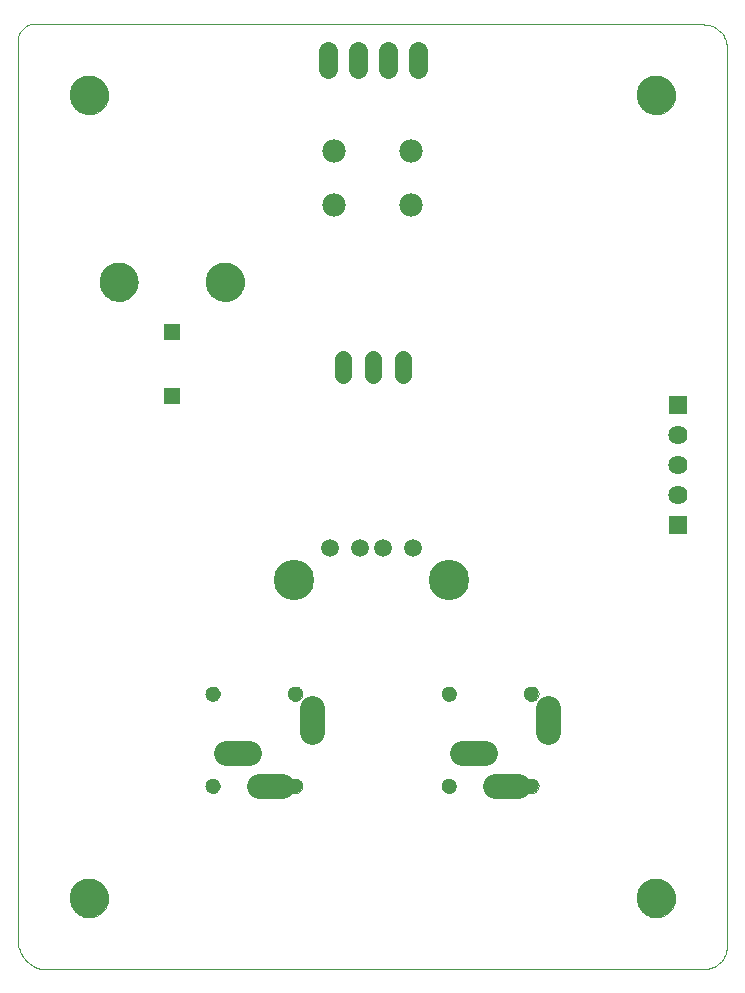
<source format=gbs>
G75*
G70*
%OFA0B0*%
%FSLAX24Y24*%
%IPPOS*%
%LPD*%
%AMOC8*
5,1,8,0,0,1.08239X$1,22.5*
%
%ADD10C,0.0000*%
%ADD11C,0.0827*%
%ADD12C,0.0512*%
%ADD13C,0.1346*%
%ADD14C,0.0594*%
%ADD15C,0.0560*%
%ADD16R,0.0640X0.0640*%
%ADD17C,0.0640*%
%ADD18C,0.1300*%
%ADD19R,0.0555X0.0555*%
%ADD20C,0.0780*%
%ADD21C,0.0640*%
D10*
X015719Y008027D02*
X015719Y037948D01*
X015736Y037993D01*
X015757Y038038D01*
X015781Y038080D01*
X015809Y038120D01*
X015839Y038159D01*
X015873Y038194D01*
X015909Y038227D01*
X015947Y038257D01*
X015988Y038284D01*
X016031Y038307D01*
X016075Y038327D01*
X016121Y038344D01*
X016168Y038357D01*
X016216Y038366D01*
X016265Y038371D01*
X016314Y038373D01*
X016363Y038371D01*
X016411Y038365D01*
X016459Y038355D01*
X016506Y038341D01*
X016506Y038342D02*
X038553Y038342D01*
X038553Y038341D02*
X038607Y038339D01*
X038660Y038334D01*
X038713Y038325D01*
X038765Y038312D01*
X038817Y038296D01*
X038867Y038276D01*
X038915Y038253D01*
X038962Y038226D01*
X039007Y038197D01*
X039050Y038164D01*
X039090Y038129D01*
X039128Y038091D01*
X039163Y038051D01*
X039196Y038008D01*
X039225Y037963D01*
X039252Y037916D01*
X039275Y037868D01*
X039295Y037818D01*
X039311Y037766D01*
X039324Y037714D01*
X039333Y037661D01*
X039338Y037608D01*
X039340Y037554D01*
X039341Y037554D02*
X039341Y007633D01*
X039340Y007633D02*
X039338Y007579D01*
X039333Y007526D01*
X039324Y007473D01*
X039311Y007421D01*
X039295Y007369D01*
X039275Y007319D01*
X039252Y007271D01*
X039225Y007224D01*
X039196Y007179D01*
X039163Y007136D01*
X039128Y007096D01*
X039090Y007058D01*
X039050Y007023D01*
X039007Y006990D01*
X038962Y006961D01*
X038915Y006934D01*
X038867Y006911D01*
X038817Y006891D01*
X038765Y006875D01*
X038713Y006862D01*
X038660Y006853D01*
X038607Y006848D01*
X038553Y006846D01*
X016506Y006846D01*
X016506Y006845D02*
X016447Y006859D01*
X016389Y006876D01*
X016332Y006897D01*
X016276Y006921D01*
X016222Y006949D01*
X016170Y006979D01*
X016119Y007013D01*
X016071Y007050D01*
X016025Y007089D01*
X015982Y007132D01*
X015941Y007176D01*
X015903Y007224D01*
X015868Y007273D01*
X015836Y007325D01*
X015807Y007378D01*
X015781Y007433D01*
X015759Y007489D01*
X015740Y007547D01*
X015724Y007606D01*
X015713Y007665D01*
X015704Y007725D01*
X015700Y007786D01*
X015699Y007846D01*
X015702Y007907D01*
X015708Y007967D01*
X015718Y008027D01*
X017451Y009208D02*
X017453Y009258D01*
X017459Y009308D01*
X017469Y009357D01*
X017483Y009405D01*
X017500Y009452D01*
X017521Y009497D01*
X017546Y009541D01*
X017574Y009582D01*
X017606Y009621D01*
X017640Y009658D01*
X017677Y009692D01*
X017717Y009722D01*
X017759Y009749D01*
X017803Y009773D01*
X017849Y009794D01*
X017896Y009810D01*
X017944Y009823D01*
X017994Y009832D01*
X018043Y009837D01*
X018094Y009838D01*
X018144Y009835D01*
X018193Y009828D01*
X018242Y009817D01*
X018290Y009802D01*
X018336Y009784D01*
X018381Y009762D01*
X018424Y009736D01*
X018465Y009707D01*
X018504Y009675D01*
X018540Y009640D01*
X018572Y009602D01*
X018602Y009562D01*
X018629Y009519D01*
X018652Y009475D01*
X018671Y009429D01*
X018687Y009381D01*
X018699Y009332D01*
X018707Y009283D01*
X018711Y009233D01*
X018711Y009183D01*
X018707Y009133D01*
X018699Y009084D01*
X018687Y009035D01*
X018671Y008987D01*
X018652Y008941D01*
X018629Y008897D01*
X018602Y008854D01*
X018572Y008814D01*
X018540Y008776D01*
X018504Y008741D01*
X018465Y008709D01*
X018424Y008680D01*
X018381Y008654D01*
X018336Y008632D01*
X018290Y008614D01*
X018242Y008599D01*
X018193Y008588D01*
X018144Y008581D01*
X018094Y008578D01*
X018043Y008579D01*
X017994Y008584D01*
X017944Y008593D01*
X017896Y008606D01*
X017849Y008622D01*
X017803Y008643D01*
X017759Y008667D01*
X017717Y008694D01*
X017677Y008724D01*
X017640Y008758D01*
X017606Y008795D01*
X017574Y008834D01*
X017546Y008875D01*
X017521Y008919D01*
X017500Y008964D01*
X017483Y009011D01*
X017469Y009059D01*
X017459Y009108D01*
X017453Y009158D01*
X017451Y009208D01*
X021957Y012960D02*
X021959Y012990D01*
X021965Y013020D01*
X021974Y013049D01*
X021987Y013076D01*
X022004Y013101D01*
X022023Y013124D01*
X022046Y013145D01*
X022071Y013162D01*
X022097Y013176D01*
X022126Y013186D01*
X022155Y013193D01*
X022185Y013196D01*
X022216Y013195D01*
X022246Y013190D01*
X022275Y013181D01*
X022302Y013169D01*
X022328Y013154D01*
X022352Y013135D01*
X022373Y013113D01*
X022391Y013089D01*
X022406Y013062D01*
X022417Y013034D01*
X022425Y013005D01*
X022429Y012975D01*
X022429Y012945D01*
X022425Y012915D01*
X022417Y012886D01*
X022406Y012858D01*
X022391Y012831D01*
X022373Y012807D01*
X022352Y012785D01*
X022328Y012766D01*
X022302Y012751D01*
X022275Y012739D01*
X022246Y012730D01*
X022216Y012725D01*
X022185Y012724D01*
X022155Y012727D01*
X022126Y012734D01*
X022097Y012744D01*
X022071Y012758D01*
X022046Y012775D01*
X022023Y012796D01*
X022004Y012819D01*
X021987Y012844D01*
X021974Y012871D01*
X021965Y012900D01*
X021959Y012930D01*
X021957Y012960D01*
X024713Y012960D02*
X024715Y012990D01*
X024721Y013020D01*
X024730Y013049D01*
X024743Y013076D01*
X024760Y013101D01*
X024779Y013124D01*
X024802Y013145D01*
X024827Y013162D01*
X024853Y013176D01*
X024882Y013186D01*
X024911Y013193D01*
X024941Y013196D01*
X024972Y013195D01*
X025002Y013190D01*
X025031Y013181D01*
X025058Y013169D01*
X025084Y013154D01*
X025108Y013135D01*
X025129Y013113D01*
X025147Y013089D01*
X025162Y013062D01*
X025173Y013034D01*
X025181Y013005D01*
X025185Y012975D01*
X025185Y012945D01*
X025181Y012915D01*
X025173Y012886D01*
X025162Y012858D01*
X025147Y012831D01*
X025129Y012807D01*
X025108Y012785D01*
X025084Y012766D01*
X025058Y012751D01*
X025031Y012739D01*
X025002Y012730D01*
X024972Y012725D01*
X024941Y012724D01*
X024911Y012727D01*
X024882Y012734D01*
X024853Y012744D01*
X024827Y012758D01*
X024802Y012775D01*
X024779Y012796D01*
X024760Y012819D01*
X024743Y012844D01*
X024730Y012871D01*
X024721Y012900D01*
X024715Y012930D01*
X024713Y012960D01*
X024713Y016031D02*
X024715Y016061D01*
X024721Y016091D01*
X024730Y016120D01*
X024743Y016147D01*
X024760Y016172D01*
X024779Y016195D01*
X024802Y016216D01*
X024827Y016233D01*
X024853Y016247D01*
X024882Y016257D01*
X024911Y016264D01*
X024941Y016267D01*
X024972Y016266D01*
X025002Y016261D01*
X025031Y016252D01*
X025058Y016240D01*
X025084Y016225D01*
X025108Y016206D01*
X025129Y016184D01*
X025147Y016160D01*
X025162Y016133D01*
X025173Y016105D01*
X025181Y016076D01*
X025185Y016046D01*
X025185Y016016D01*
X025181Y015986D01*
X025173Y015957D01*
X025162Y015929D01*
X025147Y015902D01*
X025129Y015878D01*
X025108Y015856D01*
X025084Y015837D01*
X025058Y015822D01*
X025031Y015810D01*
X025002Y015801D01*
X024972Y015796D01*
X024941Y015795D01*
X024911Y015798D01*
X024882Y015805D01*
X024853Y015815D01*
X024827Y015829D01*
X024802Y015846D01*
X024779Y015867D01*
X024760Y015890D01*
X024743Y015915D01*
X024730Y015942D01*
X024721Y015971D01*
X024715Y016001D01*
X024713Y016031D01*
X021957Y016031D02*
X021959Y016061D01*
X021965Y016091D01*
X021974Y016120D01*
X021987Y016147D01*
X022004Y016172D01*
X022023Y016195D01*
X022046Y016216D01*
X022071Y016233D01*
X022097Y016247D01*
X022126Y016257D01*
X022155Y016264D01*
X022185Y016267D01*
X022216Y016266D01*
X022246Y016261D01*
X022275Y016252D01*
X022302Y016240D01*
X022328Y016225D01*
X022352Y016206D01*
X022373Y016184D01*
X022391Y016160D01*
X022406Y016133D01*
X022417Y016105D01*
X022425Y016076D01*
X022429Y016046D01*
X022429Y016016D01*
X022425Y015986D01*
X022417Y015957D01*
X022406Y015929D01*
X022391Y015902D01*
X022373Y015878D01*
X022352Y015856D01*
X022328Y015837D01*
X022302Y015822D01*
X022275Y015810D01*
X022246Y015801D01*
X022216Y015796D01*
X022185Y015795D01*
X022155Y015798D01*
X022126Y015805D01*
X022097Y015815D01*
X022071Y015829D01*
X022046Y015846D01*
X022023Y015867D01*
X022004Y015890D01*
X021987Y015915D01*
X021974Y015942D01*
X021965Y015971D01*
X021959Y016001D01*
X021957Y016031D01*
X029831Y016031D02*
X029833Y016061D01*
X029839Y016091D01*
X029848Y016120D01*
X029861Y016147D01*
X029878Y016172D01*
X029897Y016195D01*
X029920Y016216D01*
X029945Y016233D01*
X029971Y016247D01*
X030000Y016257D01*
X030029Y016264D01*
X030059Y016267D01*
X030090Y016266D01*
X030120Y016261D01*
X030149Y016252D01*
X030176Y016240D01*
X030202Y016225D01*
X030226Y016206D01*
X030247Y016184D01*
X030265Y016160D01*
X030280Y016133D01*
X030291Y016105D01*
X030299Y016076D01*
X030303Y016046D01*
X030303Y016016D01*
X030299Y015986D01*
X030291Y015957D01*
X030280Y015929D01*
X030265Y015902D01*
X030247Y015878D01*
X030226Y015856D01*
X030202Y015837D01*
X030176Y015822D01*
X030149Y015810D01*
X030120Y015801D01*
X030090Y015796D01*
X030059Y015795D01*
X030029Y015798D01*
X030000Y015805D01*
X029971Y015815D01*
X029945Y015829D01*
X029920Y015846D01*
X029897Y015867D01*
X029878Y015890D01*
X029861Y015915D01*
X029848Y015942D01*
X029839Y015971D01*
X029833Y016001D01*
X029831Y016031D01*
X032587Y016031D02*
X032589Y016061D01*
X032595Y016091D01*
X032604Y016120D01*
X032617Y016147D01*
X032634Y016172D01*
X032653Y016195D01*
X032676Y016216D01*
X032701Y016233D01*
X032727Y016247D01*
X032756Y016257D01*
X032785Y016264D01*
X032815Y016267D01*
X032846Y016266D01*
X032876Y016261D01*
X032905Y016252D01*
X032932Y016240D01*
X032958Y016225D01*
X032982Y016206D01*
X033003Y016184D01*
X033021Y016160D01*
X033036Y016133D01*
X033047Y016105D01*
X033055Y016076D01*
X033059Y016046D01*
X033059Y016016D01*
X033055Y015986D01*
X033047Y015957D01*
X033036Y015929D01*
X033021Y015902D01*
X033003Y015878D01*
X032982Y015856D01*
X032958Y015837D01*
X032932Y015822D01*
X032905Y015810D01*
X032876Y015801D01*
X032846Y015796D01*
X032815Y015795D01*
X032785Y015798D01*
X032756Y015805D01*
X032727Y015815D01*
X032701Y015829D01*
X032676Y015846D01*
X032653Y015867D01*
X032634Y015890D01*
X032617Y015915D01*
X032604Y015942D01*
X032595Y015971D01*
X032589Y016001D01*
X032587Y016031D01*
X032587Y012960D02*
X032589Y012990D01*
X032595Y013020D01*
X032604Y013049D01*
X032617Y013076D01*
X032634Y013101D01*
X032653Y013124D01*
X032676Y013145D01*
X032701Y013162D01*
X032727Y013176D01*
X032756Y013186D01*
X032785Y013193D01*
X032815Y013196D01*
X032846Y013195D01*
X032876Y013190D01*
X032905Y013181D01*
X032932Y013169D01*
X032958Y013154D01*
X032982Y013135D01*
X033003Y013113D01*
X033021Y013089D01*
X033036Y013062D01*
X033047Y013034D01*
X033055Y013005D01*
X033059Y012975D01*
X033059Y012945D01*
X033055Y012915D01*
X033047Y012886D01*
X033036Y012858D01*
X033021Y012831D01*
X033003Y012807D01*
X032982Y012785D01*
X032958Y012766D01*
X032932Y012751D01*
X032905Y012739D01*
X032876Y012730D01*
X032846Y012725D01*
X032815Y012724D01*
X032785Y012727D01*
X032756Y012734D01*
X032727Y012744D01*
X032701Y012758D01*
X032676Y012775D01*
X032653Y012796D01*
X032634Y012819D01*
X032617Y012844D01*
X032604Y012871D01*
X032595Y012900D01*
X032589Y012930D01*
X032587Y012960D01*
X029831Y012960D02*
X029833Y012990D01*
X029839Y013020D01*
X029848Y013049D01*
X029861Y013076D01*
X029878Y013101D01*
X029897Y013124D01*
X029920Y013145D01*
X029945Y013162D01*
X029971Y013176D01*
X030000Y013186D01*
X030029Y013193D01*
X030059Y013196D01*
X030090Y013195D01*
X030120Y013190D01*
X030149Y013181D01*
X030176Y013169D01*
X030202Y013154D01*
X030226Y013135D01*
X030247Y013113D01*
X030265Y013089D01*
X030280Y013062D01*
X030291Y013034D01*
X030299Y013005D01*
X030303Y012975D01*
X030303Y012945D01*
X030299Y012915D01*
X030291Y012886D01*
X030280Y012858D01*
X030265Y012831D01*
X030247Y012807D01*
X030226Y012785D01*
X030202Y012766D01*
X030176Y012751D01*
X030149Y012739D01*
X030120Y012730D01*
X030090Y012725D01*
X030059Y012724D01*
X030029Y012727D01*
X030000Y012734D01*
X029971Y012744D01*
X029945Y012758D01*
X029920Y012775D01*
X029897Y012796D01*
X029878Y012819D01*
X029861Y012844D01*
X029848Y012871D01*
X029839Y012900D01*
X029833Y012930D01*
X029831Y012960D01*
X036349Y009208D02*
X036351Y009258D01*
X036357Y009308D01*
X036367Y009357D01*
X036381Y009405D01*
X036398Y009452D01*
X036419Y009497D01*
X036444Y009541D01*
X036472Y009582D01*
X036504Y009621D01*
X036538Y009658D01*
X036575Y009692D01*
X036615Y009722D01*
X036657Y009749D01*
X036701Y009773D01*
X036747Y009794D01*
X036794Y009810D01*
X036842Y009823D01*
X036892Y009832D01*
X036941Y009837D01*
X036992Y009838D01*
X037042Y009835D01*
X037091Y009828D01*
X037140Y009817D01*
X037188Y009802D01*
X037234Y009784D01*
X037279Y009762D01*
X037322Y009736D01*
X037363Y009707D01*
X037402Y009675D01*
X037438Y009640D01*
X037470Y009602D01*
X037500Y009562D01*
X037527Y009519D01*
X037550Y009475D01*
X037569Y009429D01*
X037585Y009381D01*
X037597Y009332D01*
X037605Y009283D01*
X037609Y009233D01*
X037609Y009183D01*
X037605Y009133D01*
X037597Y009084D01*
X037585Y009035D01*
X037569Y008987D01*
X037550Y008941D01*
X037527Y008897D01*
X037500Y008854D01*
X037470Y008814D01*
X037438Y008776D01*
X037402Y008741D01*
X037363Y008709D01*
X037322Y008680D01*
X037279Y008654D01*
X037234Y008632D01*
X037188Y008614D01*
X037140Y008599D01*
X037091Y008588D01*
X037042Y008581D01*
X036992Y008578D01*
X036941Y008579D01*
X036892Y008584D01*
X036842Y008593D01*
X036794Y008606D01*
X036747Y008622D01*
X036701Y008643D01*
X036657Y008667D01*
X036615Y008694D01*
X036575Y008724D01*
X036538Y008758D01*
X036504Y008795D01*
X036472Y008834D01*
X036444Y008875D01*
X036419Y008919D01*
X036398Y008964D01*
X036381Y009011D01*
X036367Y009059D01*
X036357Y009108D01*
X036351Y009158D01*
X036349Y009208D01*
X021979Y029759D02*
X021981Y029809D01*
X021987Y029859D01*
X021997Y029908D01*
X022011Y029956D01*
X022028Y030003D01*
X022049Y030048D01*
X022074Y030092D01*
X022102Y030133D01*
X022134Y030172D01*
X022168Y030209D01*
X022205Y030243D01*
X022245Y030273D01*
X022287Y030300D01*
X022331Y030324D01*
X022377Y030345D01*
X022424Y030361D01*
X022472Y030374D01*
X022522Y030383D01*
X022571Y030388D01*
X022622Y030389D01*
X022672Y030386D01*
X022721Y030379D01*
X022770Y030368D01*
X022818Y030353D01*
X022864Y030335D01*
X022909Y030313D01*
X022952Y030287D01*
X022993Y030258D01*
X023032Y030226D01*
X023068Y030191D01*
X023100Y030153D01*
X023130Y030113D01*
X023157Y030070D01*
X023180Y030026D01*
X023199Y029980D01*
X023215Y029932D01*
X023227Y029883D01*
X023235Y029834D01*
X023239Y029784D01*
X023239Y029734D01*
X023235Y029684D01*
X023227Y029635D01*
X023215Y029586D01*
X023199Y029538D01*
X023180Y029492D01*
X023157Y029448D01*
X023130Y029405D01*
X023100Y029365D01*
X023068Y029327D01*
X023032Y029292D01*
X022993Y029260D01*
X022952Y029231D01*
X022909Y029205D01*
X022864Y029183D01*
X022818Y029165D01*
X022770Y029150D01*
X022721Y029139D01*
X022672Y029132D01*
X022622Y029129D01*
X022571Y029130D01*
X022522Y029135D01*
X022472Y029144D01*
X022424Y029157D01*
X022377Y029173D01*
X022331Y029194D01*
X022287Y029218D01*
X022245Y029245D01*
X022205Y029275D01*
X022168Y029309D01*
X022134Y029346D01*
X022102Y029385D01*
X022074Y029426D01*
X022049Y029470D01*
X022028Y029515D01*
X022011Y029562D01*
X021997Y029610D01*
X021987Y029659D01*
X021981Y029709D01*
X021979Y029759D01*
X018435Y029759D02*
X018437Y029809D01*
X018443Y029859D01*
X018453Y029908D01*
X018467Y029956D01*
X018484Y030003D01*
X018505Y030048D01*
X018530Y030092D01*
X018558Y030133D01*
X018590Y030172D01*
X018624Y030209D01*
X018661Y030243D01*
X018701Y030273D01*
X018743Y030300D01*
X018787Y030324D01*
X018833Y030345D01*
X018880Y030361D01*
X018928Y030374D01*
X018978Y030383D01*
X019027Y030388D01*
X019078Y030389D01*
X019128Y030386D01*
X019177Y030379D01*
X019226Y030368D01*
X019274Y030353D01*
X019320Y030335D01*
X019365Y030313D01*
X019408Y030287D01*
X019449Y030258D01*
X019488Y030226D01*
X019524Y030191D01*
X019556Y030153D01*
X019586Y030113D01*
X019613Y030070D01*
X019636Y030026D01*
X019655Y029980D01*
X019671Y029932D01*
X019683Y029883D01*
X019691Y029834D01*
X019695Y029784D01*
X019695Y029734D01*
X019691Y029684D01*
X019683Y029635D01*
X019671Y029586D01*
X019655Y029538D01*
X019636Y029492D01*
X019613Y029448D01*
X019586Y029405D01*
X019556Y029365D01*
X019524Y029327D01*
X019488Y029292D01*
X019449Y029260D01*
X019408Y029231D01*
X019365Y029205D01*
X019320Y029183D01*
X019274Y029165D01*
X019226Y029150D01*
X019177Y029139D01*
X019128Y029132D01*
X019078Y029129D01*
X019027Y029130D01*
X018978Y029135D01*
X018928Y029144D01*
X018880Y029157D01*
X018833Y029173D01*
X018787Y029194D01*
X018743Y029218D01*
X018701Y029245D01*
X018661Y029275D01*
X018624Y029309D01*
X018590Y029346D01*
X018558Y029385D01*
X018530Y029426D01*
X018505Y029470D01*
X018484Y029515D01*
X018467Y029562D01*
X018453Y029610D01*
X018443Y029659D01*
X018437Y029709D01*
X018435Y029759D01*
X017451Y035979D02*
X017453Y036029D01*
X017459Y036079D01*
X017469Y036128D01*
X017483Y036176D01*
X017500Y036223D01*
X017521Y036268D01*
X017546Y036312D01*
X017574Y036353D01*
X017606Y036392D01*
X017640Y036429D01*
X017677Y036463D01*
X017717Y036493D01*
X017759Y036520D01*
X017803Y036544D01*
X017849Y036565D01*
X017896Y036581D01*
X017944Y036594D01*
X017994Y036603D01*
X018043Y036608D01*
X018094Y036609D01*
X018144Y036606D01*
X018193Y036599D01*
X018242Y036588D01*
X018290Y036573D01*
X018336Y036555D01*
X018381Y036533D01*
X018424Y036507D01*
X018465Y036478D01*
X018504Y036446D01*
X018540Y036411D01*
X018572Y036373D01*
X018602Y036333D01*
X018629Y036290D01*
X018652Y036246D01*
X018671Y036200D01*
X018687Y036152D01*
X018699Y036103D01*
X018707Y036054D01*
X018711Y036004D01*
X018711Y035954D01*
X018707Y035904D01*
X018699Y035855D01*
X018687Y035806D01*
X018671Y035758D01*
X018652Y035712D01*
X018629Y035668D01*
X018602Y035625D01*
X018572Y035585D01*
X018540Y035547D01*
X018504Y035512D01*
X018465Y035480D01*
X018424Y035451D01*
X018381Y035425D01*
X018336Y035403D01*
X018290Y035385D01*
X018242Y035370D01*
X018193Y035359D01*
X018144Y035352D01*
X018094Y035349D01*
X018043Y035350D01*
X017994Y035355D01*
X017944Y035364D01*
X017896Y035377D01*
X017849Y035393D01*
X017803Y035414D01*
X017759Y035438D01*
X017717Y035465D01*
X017677Y035495D01*
X017640Y035529D01*
X017606Y035566D01*
X017574Y035605D01*
X017546Y035646D01*
X017521Y035690D01*
X017500Y035735D01*
X017483Y035782D01*
X017469Y035830D01*
X017459Y035879D01*
X017453Y035929D01*
X017451Y035979D01*
X036349Y035979D02*
X036351Y036029D01*
X036357Y036079D01*
X036367Y036128D01*
X036381Y036176D01*
X036398Y036223D01*
X036419Y036268D01*
X036444Y036312D01*
X036472Y036353D01*
X036504Y036392D01*
X036538Y036429D01*
X036575Y036463D01*
X036615Y036493D01*
X036657Y036520D01*
X036701Y036544D01*
X036747Y036565D01*
X036794Y036581D01*
X036842Y036594D01*
X036892Y036603D01*
X036941Y036608D01*
X036992Y036609D01*
X037042Y036606D01*
X037091Y036599D01*
X037140Y036588D01*
X037188Y036573D01*
X037234Y036555D01*
X037279Y036533D01*
X037322Y036507D01*
X037363Y036478D01*
X037402Y036446D01*
X037438Y036411D01*
X037470Y036373D01*
X037500Y036333D01*
X037527Y036290D01*
X037550Y036246D01*
X037569Y036200D01*
X037585Y036152D01*
X037597Y036103D01*
X037605Y036054D01*
X037609Y036004D01*
X037609Y035954D01*
X037605Y035904D01*
X037597Y035855D01*
X037585Y035806D01*
X037569Y035758D01*
X037550Y035712D01*
X037527Y035668D01*
X037500Y035625D01*
X037470Y035585D01*
X037438Y035547D01*
X037402Y035512D01*
X037363Y035480D01*
X037322Y035451D01*
X037279Y035425D01*
X037234Y035403D01*
X037188Y035385D01*
X037140Y035370D01*
X037091Y035359D01*
X037042Y035352D01*
X036992Y035349D01*
X036941Y035350D01*
X036892Y035355D01*
X036842Y035364D01*
X036794Y035377D01*
X036747Y035393D01*
X036701Y035414D01*
X036657Y035438D01*
X036615Y035465D01*
X036575Y035495D01*
X036538Y035529D01*
X036504Y035566D01*
X036472Y035605D01*
X036444Y035646D01*
X036419Y035690D01*
X036398Y035735D01*
X036381Y035782D01*
X036367Y035830D01*
X036357Y035879D01*
X036351Y035929D01*
X036349Y035979D01*
D11*
X033374Y015558D02*
X033374Y014771D01*
X032390Y012960D02*
X031603Y012960D01*
X031288Y014062D02*
X030500Y014062D01*
X025500Y014771D02*
X025500Y015558D01*
X023414Y014062D02*
X022626Y014062D01*
X023729Y012960D02*
X024516Y012960D01*
D12*
X024949Y012960D03*
X022193Y012960D03*
X022193Y016031D03*
X024949Y016031D03*
X030067Y016031D03*
X032823Y016031D03*
X032823Y012960D03*
X030067Y012960D03*
D13*
X030077Y019834D03*
X024904Y019834D03*
D14*
X026112Y020901D03*
X027097Y020901D03*
X027884Y020901D03*
X028868Y020901D03*
D15*
X028530Y026664D02*
X028530Y027184D01*
X027530Y027184D02*
X027530Y026664D01*
X026530Y026664D02*
X026530Y027184D01*
D16*
X037715Y025641D03*
X037715Y021641D03*
D17*
X037715Y022641D03*
X037715Y023641D03*
X037715Y024641D03*
D18*
X036979Y035979D03*
X022609Y029759D03*
X019065Y029759D03*
X018081Y035979D03*
X018081Y009208D03*
X036979Y009208D03*
D19*
X020837Y025940D03*
X020837Y028105D03*
D20*
X026250Y032333D03*
X026250Y034113D03*
X028810Y034113D03*
X028810Y032333D03*
D21*
X029030Y036860D02*
X029030Y037460D01*
X028030Y037460D02*
X028030Y036860D01*
X027030Y036860D02*
X027030Y037460D01*
X026030Y037460D02*
X026030Y036860D01*
M02*

</source>
